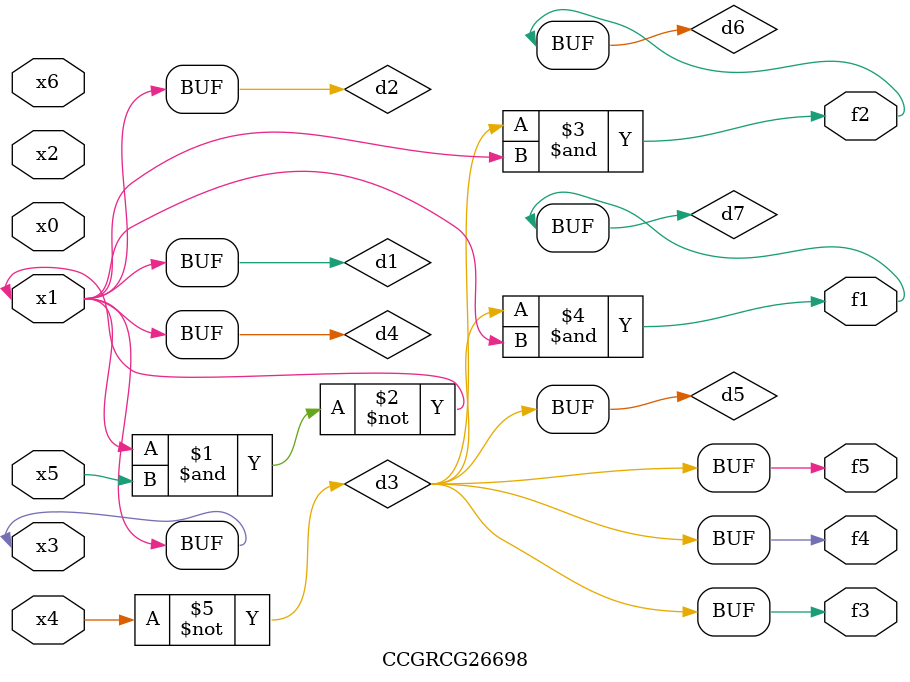
<source format=v>
module CCGRCG26698(
	input x0, x1, x2, x3, x4, x5, x6,
	output f1, f2, f3, f4, f5
);

	wire d1, d2, d3, d4, d5, d6, d7;

	buf (d1, x1, x3);
	nand (d2, x1, x5);
	not (d3, x4);
	buf (d4, d1, d2);
	buf (d5, d3);
	and (d6, d3, d4);
	and (d7, d3, d4);
	assign f1 = d7;
	assign f2 = d6;
	assign f3 = d5;
	assign f4 = d5;
	assign f5 = d5;
endmodule

</source>
